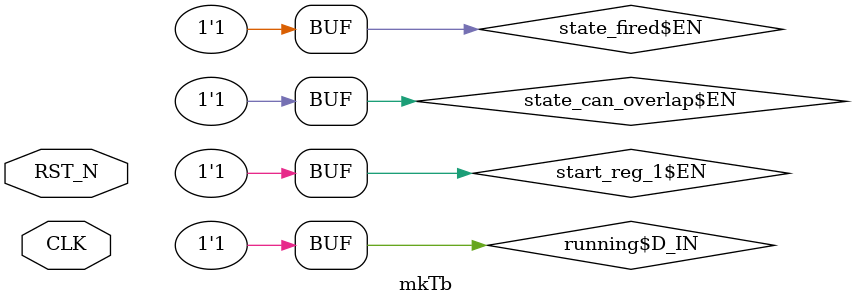
<source format=v>

`ifdef BSV_ASSIGNMENT_DELAY
`else
  `define BSV_ASSIGNMENT_DELAY
`endif

`ifdef BSV_POSITIVE_RESET
  `define BSV_RESET_VALUE 1'b1
  `define BSV_RESET_EDGE posedge
`else
  `define BSV_RESET_VALUE 1'b0
  `define BSV_RESET_EDGE negedge
`endif

module mkTb(CLK,
	    RST_N);
  input  CLK;
  input  RST_N;

  // inlined wires
  wire start_wire$whas, state_set_pw$whas;

  // register running
  reg running;
  wire running$D_IN, running$EN;

  // register start_reg
  reg start_reg;
  wire start_reg$D_IN, start_reg$EN;

  // register start_reg_1
  reg start_reg_1;
  wire start_reg_1$D_IN, start_reg_1$EN;

  // register state_can_overlap
  reg state_can_overlap;
  wire state_can_overlap$D_IN, state_can_overlap$EN;

  // register state_fired
  reg state_fired;
  wire state_fired$D_IN, state_fired$EN;

  // register state_mkFSMstate
  reg [2 : 0] state_mkFSMstate;
  reg [2 : 0] state_mkFSMstate$D_IN;
  wire state_mkFSMstate$EN;

  // ports of submodule spi_writer
  reg [7 : 0] spi_writer$write_data;
  wire [7 : 0] spi_writer$out;
  wire [2 : 0] spi_writer$spi;
  wire spi_writer$EN_write, spi_writer$RDY_write;

  // rule scheduling signals
  wire WILL_FIRE_RL_action_l15c20,
       WILL_FIRE_RL_action_l16c20,
       WILL_FIRE_RL_action_l17c20,
       WILL_FIRE_RL_fsm_start,
       WILL_FIRE_RL_idle_l14c7;

  // inputs to muxes for submodule ports
  wire MUX_start_reg$write_1__SEL_2;

  // remaining internal signals
  wire abort_whas_AND_abort_wget_OR_state_mkFSMstate__ETC___d49;

  // submodule spi_writer
  mkSPIWriter spi_writer(.CLK(CLK),
			 .RST_N(RST_N),
			 .write_data(spi_writer$write_data),
			 .EN_write(spi_writer$EN_write),
			 .RDY_write(spi_writer$RDY_write),
			 .spi(spi_writer$spi),
			 .out(spi_writer$out),
			 .RDY_out());

  // rule RL_fsm_start
  assign WILL_FIRE_RL_fsm_start =
	     abort_whas_AND_abort_wget_OR_state_mkFSMstate__ETC___d49 &&
	     start_reg ;

  // rule RL_idle_l14c7
  assign WILL_FIRE_RL_idle_l14c7 =
	     !start_wire$whas && state_mkFSMstate == 3'd3 ;

  // rule RL_action_l15c20
  assign WILL_FIRE_RL_action_l15c20 =
	     spi_writer$RDY_write && start_wire$whas &&
	     (state_mkFSMstate == 3'd0 || state_mkFSMstate == 3'd3) ;

  // rule RL_action_l16c20
  assign WILL_FIRE_RL_action_l16c20 =
	     spi_writer$RDY_write && state_mkFSMstate == 3'd1 ;

  // rule RL_action_l17c20
  assign WILL_FIRE_RL_action_l17c20 =
	     spi_writer$RDY_write && state_mkFSMstate == 3'd2 ;

  // inputs to muxes for submodule ports
  assign MUX_start_reg$write_1__SEL_2 =
	     abort_whas_AND_abort_wget_OR_state_mkFSMstate__ETC___d49 &&
	     !start_reg &&
	     !running ;

  // inlined wires
  assign start_wire$whas =
	     WILL_FIRE_RL_fsm_start || start_reg_1 && !state_fired ;
  assign state_set_pw$whas =
	     WILL_FIRE_RL_idle_l14c7 || WILL_FIRE_RL_action_l17c20 ||
	     WILL_FIRE_RL_action_l16c20 ||
	     WILL_FIRE_RL_action_l15c20 ;

  // register running
  assign running$D_IN = 1'd1 ;
  assign running$EN = MUX_start_reg$write_1__SEL_2 ;

  // register start_reg
  assign start_reg$D_IN = !WILL_FIRE_RL_fsm_start ;
  assign start_reg$EN =
	     WILL_FIRE_RL_fsm_start ||
	     abort_whas_AND_abort_wget_OR_state_mkFSMstate__ETC___d49 &&
	     !start_reg &&
	     !running ;

  // register start_reg_1
  assign start_reg_1$D_IN = start_wire$whas ;
  assign start_reg_1$EN = 1'd1 ;

  // register state_can_overlap
  assign state_can_overlap$D_IN = state_set_pw$whas || state_can_overlap ;
  assign state_can_overlap$EN = 1'd1 ;

  // register state_fired
  assign state_fired$D_IN = state_set_pw$whas ;
  assign state_fired$EN = 1'd1 ;

  // register state_mkFSMstate
  always@(WILL_FIRE_RL_idle_l14c7 or
	  WILL_FIRE_RL_action_l15c20 or
	  WILL_FIRE_RL_action_l16c20 or WILL_FIRE_RL_action_l17c20)
  begin
    case (1'b1) // synopsys parallel_case
      WILL_FIRE_RL_idle_l14c7: state_mkFSMstate$D_IN = 3'd0;
      WILL_FIRE_RL_action_l15c20: state_mkFSMstate$D_IN = 3'd1;
      WILL_FIRE_RL_action_l16c20: state_mkFSMstate$D_IN = 3'd2;
      WILL_FIRE_RL_action_l17c20: state_mkFSMstate$D_IN = 3'd3;
      default: state_mkFSMstate$D_IN = 3'b010 /* unspecified value */ ;
    endcase
  end
  assign state_mkFSMstate$EN =
	     WILL_FIRE_RL_idle_l14c7 || WILL_FIRE_RL_action_l15c20 ||
	     WILL_FIRE_RL_action_l16c20 ||
	     WILL_FIRE_RL_action_l17c20 ;

  // submodule spi_writer
  always@(WILL_FIRE_RL_action_l17c20 or
	  WILL_FIRE_RL_action_l16c20 or WILL_FIRE_RL_action_l15c20)
  begin
    case (1'b1) // synopsys parallel_case
      WILL_FIRE_RL_action_l17c20: spi_writer$write_data = 8'h0;
      WILL_FIRE_RL_action_l16c20: spi_writer$write_data = 8'h14;
      WILL_FIRE_RL_action_l15c20: spi_writer$write_data = 8'h65;
      default: spi_writer$write_data = 8'b10101010 /* unspecified value */ ;
    endcase
  end
  assign spi_writer$EN_write =
	     WILL_FIRE_RL_action_l17c20 || WILL_FIRE_RL_action_l16c20 ||
	     WILL_FIRE_RL_action_l15c20 ;

  // remaining internal signals
  assign abort_whas_AND_abort_wget_OR_state_mkFSMstate__ETC___d49 =
	     (state_mkFSMstate == 3'd0 || state_mkFSMstate == 3'd3) &&
	     (!start_reg_1 || state_fired) ;

  // handling of inlined registers

  always@(posedge CLK)
  begin
    if (RST_N == `BSV_RESET_VALUE)
      begin
        running <= `BSV_ASSIGNMENT_DELAY 1'd0;
	start_reg <= `BSV_ASSIGNMENT_DELAY 1'd0;
	start_reg_1 <= `BSV_ASSIGNMENT_DELAY 1'd0;
	state_can_overlap <= `BSV_ASSIGNMENT_DELAY 1'd1;
	state_fired <= `BSV_ASSIGNMENT_DELAY 1'd0;
	state_mkFSMstate <= `BSV_ASSIGNMENT_DELAY 3'd0;
      end
    else
      begin
        if (running$EN) running <= `BSV_ASSIGNMENT_DELAY running$D_IN;
	if (start_reg$EN) start_reg <= `BSV_ASSIGNMENT_DELAY start_reg$D_IN;
	if (start_reg_1$EN)
	  start_reg_1 <= `BSV_ASSIGNMENT_DELAY start_reg_1$D_IN;
	if (state_can_overlap$EN)
	  state_can_overlap <= `BSV_ASSIGNMENT_DELAY state_can_overlap$D_IN;
	if (state_fired$EN)
	  state_fired <= `BSV_ASSIGNMENT_DELAY state_fired$D_IN;
	if (state_mkFSMstate$EN)
	  state_mkFSMstate <= `BSV_ASSIGNMENT_DELAY state_mkFSMstate$D_IN;
      end
  end

  // synopsys translate_off
  `ifdef BSV_NO_INITIAL_BLOCKS
  `else // not BSV_NO_INITIAL_BLOCKS
  initial
  begin
    running = 1'h0;
    start_reg = 1'h0;
    start_reg_1 = 1'h0;
    state_can_overlap = 1'h0;
    state_fired = 1'h0;
    state_mkFSMstate = 3'h2;
  end
  `endif // BSV_NO_INITIAL_BLOCKS
  // synopsys translate_on

  // handling of system tasks

  // synopsys translate_off
  always@(negedge CLK)
  begin
    #0;
    if (RST_N != `BSV_RESET_VALUE)
      if (running &&
	  abort_whas_AND_abort_wget_OR_state_mkFSMstate__ETC___d49 &&
	  !start_reg)
	$finish(32'd0);
    if (RST_N != `BSV_RESET_VALUE)
      $display(" (ss, sck, mosi) = (%1d, %1d, %1d), wdata = %d",
	       spi_writer$spi[2],
	       spi_writer$spi[1],
	       spi_writer$spi[0],
	       spi_writer$out);
    if (RST_N != `BSV_RESET_VALUE)
      if (WILL_FIRE_RL_action_l15c20 &&
	  (WILL_FIRE_RL_action_l16c20 || WILL_FIRE_RL_action_l17c20))
	$display("Error: \"TbSPIWriter.bsv\", line 15, column 20: (R0001)\n  Mutually exclusive rules (from the ME sets [RL_action_l15c20] and\n  [RL_action_l16c20, RL_action_l17c20] ) fired in the same clock cycle.\n");
    if (RST_N != `BSV_RESET_VALUE)
      if (WILL_FIRE_RL_action_l16c20 && WILL_FIRE_RL_action_l17c20)
	$display("Error: \"TbSPIWriter.bsv\", line 16, column 20: (R0001)\n  Mutually exclusive rules (from the ME sets [RL_action_l16c20] and\n  [RL_action_l17c20] ) fired in the same clock cycle.\n");
  end
  // synopsys translate_on
endmodule  // mkTb


</source>
